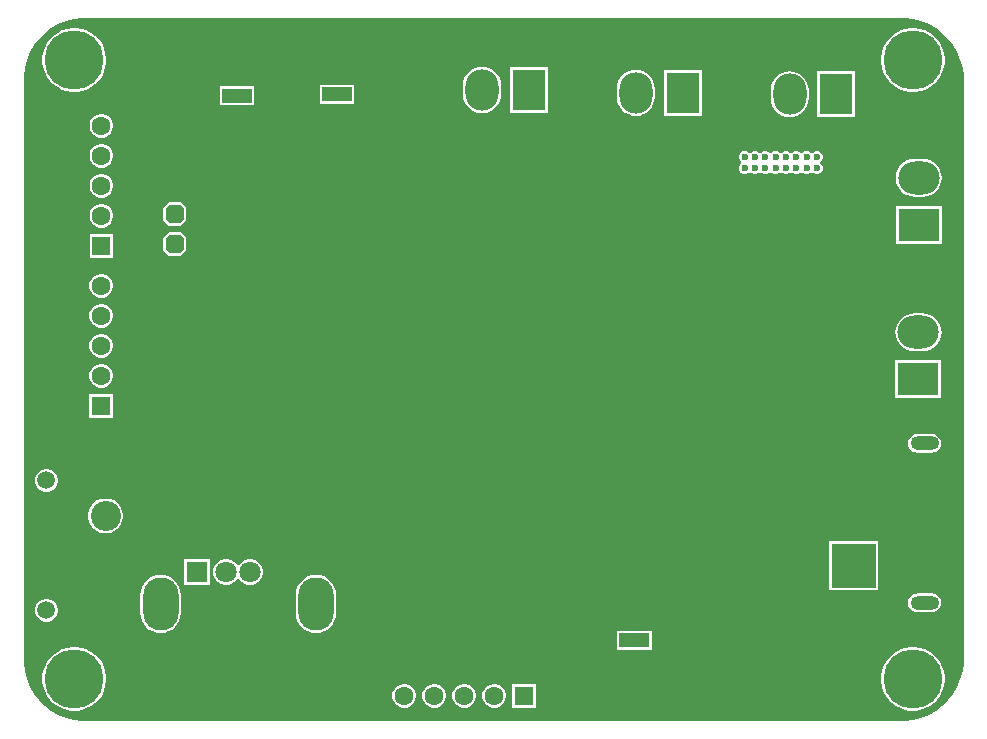
<source format=gbr>
%TF.GenerationSoftware,Altium Limited,Altium Designer,22.5.1 (42)*%
G04 Layer_Physical_Order=3*
G04 Layer_Color=16440176*
%FSLAX44Y44*%
%MOMM*%
%TF.SameCoordinates,7B58D917-D16F-4CFB-9619-50DAC3371BF8*%
%TF.FilePolarity,Positive*%
%TF.FileFunction,Copper,L3,Inr,Signal*%
%TF.Part,Single*%
G01*
G75*
%TA.AperFunction,ComponentPad*%
%ADD33C,3.7160*%
%ADD34R,3.7160X3.7160*%
%ADD35O,2.4000X1.2000*%
%ADD36R,2.5000X1.2000*%
%ADD37R,1.2000X2.5000*%
%ADD38C,1.6000*%
%ADD39R,1.6000X1.6000*%
%ADD40C,1.5080*%
%ADD41C,2.5500*%
%ADD43C,5.0000*%
G04:AMPARAMS|DCode=44|XSize=1.6mm|YSize=1.6mm|CornerRadius=0mm|HoleSize=0mm|Usage=FLASHONLY|Rotation=90.000|XOffset=0mm|YOffset=0mm|HoleType=Round|Shape=Octagon|*
%AMOCTAGOND44*
4,1,8,0.4000,0.8000,-0.4000,0.8000,-0.8000,0.4000,-0.8000,-0.4000,-0.4000,-0.8000,0.4000,-0.8000,0.8000,-0.4000,0.8000,0.4000,0.4000,0.8000,0.0*
%
%ADD44OCTAGOND44*%

%ADD45O,2.8000X3.5000*%
%ADD46R,2.8000X3.5000*%
%ADD47O,3.5000X2.8000*%
%ADD48R,3.5000X2.8000*%
%ADD49C,1.8000*%
%ADD50R,1.8000X1.8000*%
%ADD51O,3.0000X4.5000*%
%ADD52R,1.6000X1.6000*%
%TA.AperFunction,ViaPad*%
%ADD53C,0.6000*%
%ADD54C,0.8000*%
G36*
X355354Y297055D02*
X362060Y295258D01*
X368474Y292601D01*
X374487Y289130D01*
X379994Y284904D01*
X384904Y279994D01*
X389130Y274487D01*
X392601Y268474D01*
X395258Y262060D01*
X397055Y255354D01*
X397961Y248471D01*
Y245000D01*
X397961Y-245000D01*
X397961Y-248471D01*
X397055Y-255354D01*
X395258Y-262060D01*
X392601Y-268474D01*
X389130Y-274487D01*
X384904Y-279994D01*
X379994Y-284904D01*
X374487Y-289130D01*
X368474Y-292601D01*
X362060Y-295258D01*
X355354Y-297055D01*
X348471Y-297961D01*
X-348471D01*
X-355354Y-297055D01*
X-362060Y-295258D01*
X-368474Y-292601D01*
X-374487Y-289130D01*
X-379994Y-284904D01*
X-384904Y-279994D01*
X-389130Y-274487D01*
X-392601Y-268474D01*
X-395258Y-262060D01*
X-397055Y-255354D01*
X-397961Y-248471D01*
X-397961Y-245000D01*
Y245000D01*
X-397961Y248471D01*
X-397055Y255354D01*
X-395258Y262060D01*
X-392601Y268474D01*
X-389130Y274487D01*
X-384904Y279994D01*
X-379994Y284904D01*
X-374487Y289130D01*
X-368474Y292601D01*
X-362060Y295258D01*
X-355354Y297055D01*
X-348471Y297961D01*
X348471D01*
X355354Y297055D01*
D02*
G37*
%LPC*%
G36*
X357125Y289000D02*
X352875D01*
X348677Y288335D01*
X344636Y287022D01*
X340849Y285093D01*
X337411Y282595D01*
X334406Y279589D01*
X331908Y276151D01*
X329978Y272364D01*
X328665Y268323D01*
X328000Y264125D01*
Y259875D01*
X328665Y255678D01*
X329978Y251636D01*
X331908Y247849D01*
X334406Y244411D01*
X337411Y241406D01*
X340849Y238908D01*
X344636Y236978D01*
X348677Y235665D01*
X352875Y235000D01*
X357125D01*
X361323Y235665D01*
X365364Y236978D01*
X369151Y238908D01*
X372589Y241406D01*
X375594Y244411D01*
X378092Y247849D01*
X380022Y251636D01*
X381335Y255678D01*
X382000Y259875D01*
Y264125D01*
X381335Y268323D01*
X380022Y272364D01*
X378092Y276151D01*
X375594Y279589D01*
X372589Y282595D01*
X369151Y285093D01*
X365364Y287022D01*
X361323Y288335D01*
X357125Y289000D01*
D02*
G37*
G36*
X-352875D02*
X-357125D01*
X-361323Y288335D01*
X-365364Y287022D01*
X-369151Y285093D01*
X-372589Y282595D01*
X-375594Y279589D01*
X-378092Y276151D01*
X-380022Y272364D01*
X-381335Y268323D01*
X-382000Y264125D01*
Y259875D01*
X-381335Y255678D01*
X-380022Y251636D01*
X-378092Y247849D01*
X-375594Y244411D01*
X-372589Y241406D01*
X-369151Y238908D01*
X-365364Y236978D01*
X-361323Y235665D01*
X-357125Y235000D01*
X-352875D01*
X-348677Y235665D01*
X-344636Y236978D01*
X-340849Y238908D01*
X-337411Y241406D01*
X-334406Y244411D01*
X-331908Y247849D01*
X-329978Y251636D01*
X-328665Y255678D01*
X-328000Y259875D01*
Y264125D01*
X-328665Y268323D01*
X-329978Y272364D01*
X-331908Y276151D01*
X-334406Y279589D01*
X-337411Y282595D01*
X-340849Y285093D01*
X-344636Y287022D01*
X-348677Y288335D01*
X-352875Y289000D01*
D02*
G37*
G36*
X-118000Y241000D02*
X-147000D01*
Y225000D01*
X-118000D01*
Y241000D01*
D02*
G37*
G36*
X-202500Y239750D02*
X-231500D01*
Y223750D01*
X-202500D01*
Y239750D01*
D02*
G37*
G36*
X45850Y256250D02*
X13850D01*
Y217250D01*
X45850D01*
Y256250D01*
D02*
G37*
G36*
X-9750Y256327D02*
X-12887Y256019D01*
X-15903Y255104D01*
X-18682Y253618D01*
X-21118Y251618D01*
X-23118Y249182D01*
X-24604Y246403D01*
X-25519Y243386D01*
X-25827Y240250D01*
Y233250D01*
X-25519Y230114D01*
X-24604Y227097D01*
X-23118Y224318D01*
X-21118Y221882D01*
X-18682Y219882D01*
X-15903Y218396D01*
X-12887Y217481D01*
X-9750Y217173D01*
X-6613Y217481D01*
X-3597Y218396D01*
X-818Y219882D01*
X1619Y221882D01*
X3618Y224318D01*
X5104Y227097D01*
X6018Y230114D01*
X6327Y233250D01*
Y240250D01*
X6018Y243386D01*
X5104Y246403D01*
X3618Y249182D01*
X1619Y251618D01*
X-818Y253618D01*
X-3597Y255104D01*
X-6613Y256019D01*
X-9750Y256327D01*
D02*
G37*
G36*
X176100Y253750D02*
X144100D01*
Y214750D01*
X176100D01*
Y253750D01*
D02*
G37*
G36*
X120500Y253827D02*
X117363Y253519D01*
X114347Y252604D01*
X111568Y251118D01*
X109131Y249118D01*
X107132Y246682D01*
X105646Y243903D01*
X104732Y240886D01*
X104423Y237750D01*
Y230750D01*
X104732Y227614D01*
X105646Y224597D01*
X107132Y221818D01*
X109131Y219382D01*
X111568Y217382D01*
X114347Y215896D01*
X117363Y214981D01*
X120500Y214673D01*
X123637Y214981D01*
X126653Y215896D01*
X129432Y217382D01*
X131868Y219382D01*
X133868Y221818D01*
X135354Y224597D01*
X136269Y227614D01*
X136577Y230750D01*
Y237750D01*
X136269Y240886D01*
X135354Y243903D01*
X133868Y246682D01*
X131868Y249118D01*
X129432Y251118D01*
X126653Y252604D01*
X123637Y253519D01*
X120500Y253827D01*
D02*
G37*
G36*
X306200Y252500D02*
X274200D01*
Y213500D01*
X306200D01*
Y252500D01*
D02*
G37*
G36*
X250600Y252577D02*
X247463Y252269D01*
X244447Y251354D01*
X241668Y249868D01*
X239232Y247868D01*
X237232Y245432D01*
X235746Y242652D01*
X234832Y239636D01*
X234523Y236500D01*
Y229500D01*
X234832Y226364D01*
X235746Y223347D01*
X237232Y220568D01*
X239232Y218132D01*
X241668Y216132D01*
X244447Y214646D01*
X247463Y213731D01*
X250600Y213423D01*
X253737Y213731D01*
X256753Y214646D01*
X259532Y216132D01*
X261968Y218132D01*
X263968Y220568D01*
X265454Y223347D01*
X266369Y226364D01*
X266677Y229500D01*
Y236500D01*
X266369Y239636D01*
X265454Y242652D01*
X263968Y245432D01*
X261968Y247868D01*
X259532Y249868D01*
X256753Y251354D01*
X253737Y252269D01*
X250600Y252577D01*
D02*
G37*
G36*
X-330684Y216400D02*
X-333316D01*
X-335860Y215718D01*
X-338140Y214402D01*
X-340002Y212540D01*
X-341319Y210260D01*
X-342000Y207717D01*
Y205084D01*
X-341319Y202540D01*
X-340002Y200260D01*
X-338140Y198398D01*
X-335860Y197082D01*
X-333316Y196400D01*
X-330684D01*
X-328140Y197082D01*
X-325860Y198398D01*
X-323998Y200260D01*
X-322682Y202540D01*
X-322000Y205084D01*
Y207717D01*
X-322682Y210260D01*
X-323998Y212540D01*
X-325860Y214402D01*
X-328140Y215718D01*
X-330684Y216400D01*
D02*
G37*
G36*
X274745Y185000D02*
X272755D01*
X270918Y184239D01*
X270205Y183526D01*
X269375Y182930D01*
X268545Y183526D01*
X267832Y184239D01*
X265995Y185000D01*
X264005D01*
X262168Y184239D01*
X261455Y183526D01*
X260625Y182930D01*
X259795Y183526D01*
X259082Y184239D01*
X257245Y185000D01*
X255255D01*
X253418Y184239D01*
X252705Y183526D01*
X251875Y182930D01*
X251045Y183526D01*
X250332Y184239D01*
X248494Y185000D01*
X246505D01*
X244668Y184239D01*
X243955Y183526D01*
X243125Y182930D01*
X242295Y183526D01*
X241582Y184239D01*
X239745Y185000D01*
X237755D01*
X235918Y184239D01*
X235205Y183526D01*
X234375Y182930D01*
X233545Y183526D01*
X232832Y184239D01*
X230995Y185000D01*
X229005D01*
X227168Y184239D01*
X226455Y183526D01*
X225625Y182930D01*
X224795Y183526D01*
X224082Y184239D01*
X222245Y185000D01*
X220255D01*
X218418Y184239D01*
X217705Y183526D01*
X216875Y182930D01*
X216045Y183526D01*
X215332Y184239D01*
X213495Y185000D01*
X211505D01*
X209668Y184239D01*
X208261Y182832D01*
X207500Y180995D01*
Y179005D01*
X208261Y177168D01*
X209668Y175761D01*
X209671Y175760D01*
Y174490D01*
X209668Y174489D01*
X208261Y173082D01*
X207500Y171245D01*
Y169255D01*
X208261Y167418D01*
X209668Y166011D01*
X211505Y165250D01*
X213495D01*
X215332Y166011D01*
X216045Y166724D01*
X216875Y167320D01*
X217705Y166724D01*
X218418Y166011D01*
X220255Y165250D01*
X222245D01*
X224082Y166011D01*
X224795Y166724D01*
X225625Y167320D01*
X226455Y166724D01*
X227168Y166011D01*
X229005Y165250D01*
X230995D01*
X232832Y166011D01*
X233545Y166724D01*
X234375Y167320D01*
X235205Y166724D01*
X235918Y166011D01*
X237755Y165250D01*
X239745D01*
X241582Y166011D01*
X242295Y166724D01*
X243125Y167320D01*
X243955Y166724D01*
X244668Y166011D01*
X246505Y165250D01*
X248494D01*
X250332Y166011D01*
X251045Y166724D01*
X251875Y167320D01*
X252705Y166724D01*
X253418Y166011D01*
X255255Y165250D01*
X257245D01*
X259082Y166011D01*
X259795Y166724D01*
X260625Y167320D01*
X261455Y166724D01*
X262168Y166011D01*
X264005Y165250D01*
X265995D01*
X267832Y166011D01*
X268545Y166724D01*
X269375Y167320D01*
X270205Y166724D01*
X270918Y166011D01*
X272755Y165250D01*
X274745D01*
X276582Y166011D01*
X277989Y167418D01*
X278750Y169255D01*
Y171245D01*
X277989Y173082D01*
X276582Y174489D01*
X276579Y174490D01*
Y175760D01*
X276582Y175761D01*
X277989Y177168D01*
X278750Y179005D01*
Y180995D01*
X277989Y182832D01*
X276582Y184239D01*
X274745Y185000D01*
D02*
G37*
G36*
X-330684Y191000D02*
X-333316D01*
X-335860Y190319D01*
X-338140Y189002D01*
X-340002Y187140D01*
X-341319Y184860D01*
X-342000Y182316D01*
Y179683D01*
X-341319Y177140D01*
X-340002Y174860D01*
X-338140Y172998D01*
X-335860Y171681D01*
X-333316Y171000D01*
X-330684D01*
X-328140Y171681D01*
X-325860Y172998D01*
X-323998Y174860D01*
X-322682Y177140D01*
X-322000Y179683D01*
Y182316D01*
X-322682Y184860D01*
X-323998Y187140D01*
X-325860Y189002D01*
X-328140Y190319D01*
X-330684Y191000D01*
D02*
G37*
G36*
X363500Y178327D02*
X356500D01*
X353363Y178018D01*
X350347Y177104D01*
X347568Y175618D01*
X345131Y173618D01*
X343132Y171182D01*
X341646Y168403D01*
X340732Y165387D01*
X340423Y162250D01*
X340732Y159113D01*
X341646Y156097D01*
X343132Y153318D01*
X345131Y150882D01*
X347568Y148882D01*
X350347Y147396D01*
X353363Y146482D01*
X356500Y146173D01*
X363500D01*
X366637Y146482D01*
X369652Y147396D01*
X372432Y148882D01*
X374868Y150882D01*
X376868Y153318D01*
X378354Y156097D01*
X379268Y159113D01*
X379577Y162250D01*
X379268Y165387D01*
X378354Y168403D01*
X376868Y171182D01*
X374868Y173618D01*
X372432Y175618D01*
X369652Y177104D01*
X366637Y178018D01*
X363500Y178327D01*
D02*
G37*
G36*
X-330684Y165600D02*
X-333316D01*
X-335860Y164918D01*
X-338140Y163602D01*
X-340002Y161740D01*
X-341319Y159460D01*
X-342000Y156917D01*
Y154284D01*
X-341319Y151740D01*
X-340002Y149460D01*
X-338140Y147598D01*
X-335860Y146281D01*
X-333316Y145600D01*
X-330684D01*
X-328140Y146281D01*
X-325860Y147598D01*
X-323998Y149460D01*
X-322682Y151740D01*
X-322000Y154284D01*
Y156917D01*
X-322682Y159460D01*
X-323998Y161740D01*
X-325860Y163602D01*
X-328140Y164918D01*
X-330684Y165600D01*
D02*
G37*
G36*
X-265000Y141700D02*
X-275000D01*
X-280000Y136700D01*
Y126700D01*
X-275000Y121700D01*
X-265000D01*
X-260000Y126700D01*
Y136700D01*
X-265000Y141700D01*
D02*
G37*
G36*
X-330684Y140200D02*
X-333316D01*
X-335860Y139518D01*
X-338140Y138202D01*
X-340002Y136340D01*
X-341319Y134060D01*
X-342000Y131517D01*
Y128883D01*
X-341319Y126340D01*
X-340002Y124060D01*
X-338140Y122198D01*
X-335860Y120882D01*
X-333316Y120200D01*
X-330684D01*
X-328140Y120882D01*
X-325860Y122198D01*
X-323998Y124060D01*
X-322682Y126340D01*
X-322000Y128883D01*
Y131517D01*
X-322682Y134060D01*
X-323998Y136340D01*
X-325860Y138202D01*
X-328140Y139518D01*
X-330684Y140200D01*
D02*
G37*
G36*
X379500Y138650D02*
X340500D01*
Y106650D01*
X379500D01*
Y138650D01*
D02*
G37*
G36*
X-265000Y116300D02*
X-275000D01*
X-280000Y111300D01*
Y101300D01*
X-275000Y96300D01*
X-265000D01*
X-260000Y101300D01*
Y111300D01*
X-265000Y116300D01*
D02*
G37*
G36*
X-322000Y114800D02*
X-342000D01*
Y94800D01*
X-322000D01*
Y114800D01*
D02*
G37*
G36*
X-330984Y80800D02*
X-333616D01*
X-336160Y80119D01*
X-338440Y78802D01*
X-340302Y76940D01*
X-341618Y74660D01*
X-342300Y72117D01*
Y69483D01*
X-341618Y66940D01*
X-340302Y64660D01*
X-338440Y62798D01*
X-336160Y61481D01*
X-333616Y60800D01*
X-330984D01*
X-328440Y61481D01*
X-326160Y62798D01*
X-324298Y64660D01*
X-322981Y66940D01*
X-322300Y69483D01*
Y72117D01*
X-322981Y74660D01*
X-324298Y76940D01*
X-326160Y78802D01*
X-328440Y80119D01*
X-330984Y80800D01*
D02*
G37*
G36*
Y55400D02*
X-333616D01*
X-336160Y54718D01*
X-338440Y53402D01*
X-340302Y51540D01*
X-341618Y49260D01*
X-342300Y46717D01*
Y44083D01*
X-341618Y41540D01*
X-340302Y39260D01*
X-338440Y37398D01*
X-336160Y36082D01*
X-333616Y35400D01*
X-330984D01*
X-328440Y36082D01*
X-326160Y37398D01*
X-324298Y39260D01*
X-322981Y41540D01*
X-322300Y44083D01*
Y46717D01*
X-322981Y49260D01*
X-324298Y51540D01*
X-326160Y53402D01*
X-328440Y54718D01*
X-330984Y55400D01*
D02*
G37*
G36*
X363250Y47577D02*
X356250D01*
X353114Y47269D01*
X350097Y46354D01*
X347318Y44868D01*
X344882Y42868D01*
X342882Y40432D01*
X341396Y37653D01*
X340481Y34636D01*
X340173Y31500D01*
X340481Y28363D01*
X341396Y25347D01*
X342882Y22568D01*
X344882Y20131D01*
X347318Y18132D01*
X350097Y16646D01*
X353114Y15732D01*
X356250Y15423D01*
X363250D01*
X366386Y15732D01*
X369403Y16646D01*
X372182Y18132D01*
X374618Y20131D01*
X376618Y22568D01*
X378104Y25347D01*
X379019Y28363D01*
X379327Y31500D01*
X379019Y34636D01*
X378104Y37653D01*
X376618Y40432D01*
X374618Y42868D01*
X372182Y44868D01*
X369403Y46354D01*
X366386Y47269D01*
X363250Y47577D01*
D02*
G37*
G36*
X-330984Y30000D02*
X-333616D01*
X-336160Y29318D01*
X-338440Y28002D01*
X-340302Y26140D01*
X-341618Y23860D01*
X-342300Y21317D01*
Y18684D01*
X-341618Y16140D01*
X-340302Y13860D01*
X-338440Y11998D01*
X-336160Y10682D01*
X-333616Y10000D01*
X-330984D01*
X-328440Y10682D01*
X-326160Y11998D01*
X-324298Y13860D01*
X-322981Y16140D01*
X-322300Y18684D01*
Y21317D01*
X-322981Y23860D01*
X-324298Y26140D01*
X-326160Y28002D01*
X-328440Y29318D01*
X-330984Y30000D01*
D02*
G37*
G36*
Y4600D02*
X-333616D01*
X-336160Y3918D01*
X-338440Y2602D01*
X-340302Y740D01*
X-341618Y-1540D01*
X-342300Y-4083D01*
Y-6716D01*
X-341618Y-9260D01*
X-340302Y-11540D01*
X-338440Y-13402D01*
X-336160Y-14719D01*
X-333616Y-15400D01*
X-330984D01*
X-328440Y-14719D01*
X-326160Y-13402D01*
X-324298Y-11540D01*
X-322981Y-9260D01*
X-322300Y-6716D01*
Y-4083D01*
X-322981Y-1540D01*
X-324298Y740D01*
X-326160Y2602D01*
X-328440Y3918D01*
X-330984Y4600D01*
D02*
G37*
G36*
X379250Y7900D02*
X340250D01*
Y-24100D01*
X379250D01*
Y7900D01*
D02*
G37*
G36*
X-322300Y-20800D02*
X-342300D01*
Y-40800D01*
X-322300D01*
Y-20800D01*
D02*
G37*
G36*
X371000Y-54431D02*
X359000D01*
X356912Y-54706D01*
X354966Y-55512D01*
X353294Y-56794D01*
X352012Y-58465D01*
X351206Y-60412D01*
X350931Y-62500D01*
X351206Y-64588D01*
X352012Y-66535D01*
X353294Y-68206D01*
X354966Y-69488D01*
X356912Y-70294D01*
X359000Y-70569D01*
X371000D01*
X373088Y-70294D01*
X375034Y-69488D01*
X376706Y-68206D01*
X377988Y-66535D01*
X378794Y-64588D01*
X379069Y-62500D01*
X378794Y-60412D01*
X377988Y-58465D01*
X376706Y-56794D01*
X375034Y-55512D01*
X373088Y-54706D01*
X371000Y-54431D01*
D02*
G37*
G36*
X-377244Y-84460D02*
X-379756D01*
X-382182Y-85110D01*
X-384358Y-86366D01*
X-386134Y-88142D01*
X-387390Y-90318D01*
X-388040Y-92744D01*
Y-95256D01*
X-387390Y-97682D01*
X-386134Y-99858D01*
X-384358Y-101634D01*
X-382182Y-102890D01*
X-379756Y-103540D01*
X-377244D01*
X-374818Y-102890D01*
X-372642Y-101634D01*
X-370866Y-99858D01*
X-369610Y-97682D01*
X-368960Y-95256D01*
Y-92744D01*
X-369610Y-90318D01*
X-370866Y-88142D01*
X-372642Y-86366D01*
X-374818Y-85110D01*
X-377244Y-84460D01*
D02*
G37*
G36*
X-327047Y-109250D02*
X-329953D01*
X-332802Y-109817D01*
X-335487Y-110929D01*
X-337903Y-112543D01*
X-339957Y-114597D01*
X-341571Y-117013D01*
X-342683Y-119698D01*
X-343250Y-122547D01*
Y-125453D01*
X-342683Y-128302D01*
X-341571Y-130987D01*
X-339957Y-133403D01*
X-337903Y-135457D01*
X-335487Y-137071D01*
X-332802Y-138183D01*
X-329953Y-138750D01*
X-327047D01*
X-324198Y-138183D01*
X-321513Y-137071D01*
X-319097Y-135457D01*
X-317043Y-133403D01*
X-315429Y-130987D01*
X-314317Y-128302D01*
X-313750Y-125453D01*
Y-122547D01*
X-314317Y-119698D01*
X-315429Y-117013D01*
X-317043Y-114597D01*
X-319097Y-112543D01*
X-321513Y-110929D01*
X-324198Y-109817D01*
X-327047Y-109250D01*
D02*
G37*
G36*
X-204752Y-160400D02*
X-207648D01*
X-210446Y-161150D01*
X-212954Y-162598D01*
X-215002Y-164646D01*
X-215565Y-165621D01*
X-216835D01*
X-217398Y-164646D01*
X-219446Y-162598D01*
X-221954Y-161150D01*
X-224752Y-160400D01*
X-227648D01*
X-230446Y-161150D01*
X-232954Y-162598D01*
X-235002Y-164646D01*
X-236450Y-167154D01*
X-237200Y-169952D01*
Y-172848D01*
X-236450Y-175646D01*
X-235002Y-178154D01*
X-232954Y-180202D01*
X-230446Y-181650D01*
X-227648Y-182400D01*
X-224752D01*
X-221954Y-181650D01*
X-219446Y-180202D01*
X-217398Y-178154D01*
X-216835Y-177179D01*
X-215565D01*
X-215002Y-178154D01*
X-212954Y-180202D01*
X-210446Y-181650D01*
X-207648Y-182400D01*
X-204752D01*
X-201954Y-181650D01*
X-199446Y-180202D01*
X-197398Y-178154D01*
X-195950Y-175646D01*
X-195200Y-172848D01*
Y-169952D01*
X-195950Y-167154D01*
X-197398Y-164646D01*
X-199446Y-162598D01*
X-201954Y-161150D01*
X-204752Y-160400D01*
D02*
G37*
G36*
X-240200D02*
X-262200D01*
Y-182400D01*
X-240200D01*
Y-160400D01*
D02*
G37*
G36*
X325580Y-145420D02*
X284420D01*
Y-186580D01*
X325580D01*
Y-145420D01*
D02*
G37*
G36*
X371000Y-189431D02*
X359000D01*
X356912Y-189706D01*
X354966Y-190512D01*
X353294Y-191794D01*
X352012Y-193465D01*
X351206Y-195412D01*
X350931Y-197500D01*
X351206Y-199588D01*
X352012Y-201535D01*
X353294Y-203206D01*
X354966Y-204488D01*
X356912Y-205294D01*
X359000Y-205569D01*
X371000D01*
X373088Y-205294D01*
X375034Y-204488D01*
X376706Y-203206D01*
X377988Y-201535D01*
X378794Y-199588D01*
X379069Y-197500D01*
X378794Y-195412D01*
X377988Y-193465D01*
X376706Y-191794D01*
X375034Y-190512D01*
X373088Y-189706D01*
X371000Y-189431D01*
D02*
G37*
G36*
X-377244Y-194460D02*
X-379756D01*
X-382182Y-195110D01*
X-384358Y-196366D01*
X-386134Y-198142D01*
X-387390Y-200318D01*
X-388040Y-202744D01*
Y-205256D01*
X-387390Y-207682D01*
X-386134Y-209858D01*
X-384358Y-211634D01*
X-382182Y-212890D01*
X-379756Y-213540D01*
X-377244D01*
X-374818Y-212890D01*
X-372642Y-211634D01*
X-370866Y-209858D01*
X-369610Y-207682D01*
X-368960Y-205256D01*
Y-202744D01*
X-369610Y-200318D01*
X-370866Y-198142D01*
X-372642Y-196366D01*
X-374818Y-195110D01*
X-377244Y-194460D01*
D02*
G37*
G36*
X-150500Y-173918D02*
X-153833Y-174246D01*
X-157037Y-175218D01*
X-159990Y-176797D01*
X-162579Y-178921D01*
X-164703Y-181510D01*
X-166282Y-184463D01*
X-167254Y-187667D01*
X-167582Y-191000D01*
Y-206000D01*
X-167254Y-209333D01*
X-166282Y-212537D01*
X-164703Y-215490D01*
X-162579Y-218079D01*
X-159990Y-220203D01*
X-157037Y-221782D01*
X-153833Y-222754D01*
X-150500Y-223082D01*
X-147167Y-222754D01*
X-143963Y-221782D01*
X-141010Y-220203D01*
X-138421Y-218079D01*
X-136297Y-215490D01*
X-134718Y-212537D01*
X-133746Y-209333D01*
X-133418Y-206000D01*
Y-191000D01*
X-133746Y-187667D01*
X-134718Y-184463D01*
X-136297Y-181510D01*
X-138421Y-178921D01*
X-141010Y-176797D01*
X-143963Y-175218D01*
X-147167Y-174246D01*
X-150500Y-173918D01*
D02*
G37*
G36*
X-281900D02*
X-285233Y-174246D01*
X-288437Y-175218D01*
X-291390Y-176797D01*
X-293979Y-178921D01*
X-296103Y-181510D01*
X-297682Y-184463D01*
X-298654Y-187667D01*
X-298982Y-191000D01*
Y-206000D01*
X-298654Y-209333D01*
X-297682Y-212537D01*
X-296103Y-215490D01*
X-293979Y-218079D01*
X-291390Y-220203D01*
X-288437Y-221782D01*
X-285233Y-222754D01*
X-281900Y-223082D01*
X-278567Y-222754D01*
X-275363Y-221782D01*
X-272410Y-220203D01*
X-269821Y-218079D01*
X-267697Y-215490D01*
X-266118Y-212537D01*
X-265146Y-209333D01*
X-264818Y-206000D01*
Y-191000D01*
X-265146Y-187667D01*
X-266118Y-184463D01*
X-267697Y-181510D01*
X-269821Y-178921D01*
X-272410Y-176797D01*
X-275363Y-175218D01*
X-278567Y-174246D01*
X-281900Y-173918D01*
D02*
G37*
G36*
X133750Y-221250D02*
X104750D01*
Y-237250D01*
X133750D01*
Y-221250D01*
D02*
G37*
G36*
X-74334Y-266250D02*
X-76967D01*
X-79510Y-266931D01*
X-81790Y-268248D01*
X-83652Y-270110D01*
X-84969Y-272390D01*
X-85650Y-274933D01*
Y-277567D01*
X-84969Y-280110D01*
X-83652Y-282390D01*
X-81790Y-284252D01*
X-79510Y-285569D01*
X-76967Y-286250D01*
X-74334D01*
X-71790Y-285569D01*
X-69510Y-284252D01*
X-67648Y-282390D01*
X-66332Y-280110D01*
X-65650Y-277567D01*
Y-274933D01*
X-66332Y-272390D01*
X-67648Y-270110D01*
X-69510Y-268248D01*
X-71790Y-266931D01*
X-74334Y-266250D01*
D02*
G37*
G36*
X35950Y-266250D02*
X15950D01*
Y-286250D01*
X35950D01*
Y-266250D01*
D02*
G37*
G36*
X1866D02*
X-767D01*
X-3310Y-266931D01*
X-5590Y-268248D01*
X-7452Y-270110D01*
X-8769Y-272390D01*
X-9450Y-274933D01*
Y-277567D01*
X-8769Y-280110D01*
X-7452Y-282390D01*
X-5590Y-284252D01*
X-3310Y-285569D01*
X-767Y-286250D01*
X1866D01*
X4410Y-285569D01*
X6690Y-284252D01*
X8552Y-282390D01*
X9869Y-280110D01*
X10550Y-277567D01*
Y-274933D01*
X9869Y-272390D01*
X8552Y-270110D01*
X6690Y-268248D01*
X4410Y-266931D01*
X1866Y-266250D01*
D02*
G37*
G36*
X-23533D02*
X-26167D01*
X-28710Y-266931D01*
X-30990Y-268248D01*
X-32852Y-270110D01*
X-34169Y-272390D01*
X-34850Y-274933D01*
Y-277567D01*
X-34169Y-280110D01*
X-32852Y-282390D01*
X-30990Y-284252D01*
X-28710Y-285569D01*
X-26167Y-286250D01*
X-23533D01*
X-20990Y-285569D01*
X-18710Y-284252D01*
X-16848Y-282390D01*
X-15532Y-280110D01*
X-14850Y-277567D01*
Y-274933D01*
X-15532Y-272390D01*
X-16848Y-270110D01*
X-18710Y-268248D01*
X-20990Y-266931D01*
X-23533Y-266250D01*
D02*
G37*
G36*
X-48934D02*
X-51567D01*
X-54110Y-266931D01*
X-56390Y-268248D01*
X-58252Y-270110D01*
X-59569Y-272390D01*
X-60250Y-274933D01*
Y-277567D01*
X-59569Y-280110D01*
X-58252Y-282390D01*
X-56390Y-284252D01*
X-54110Y-285569D01*
X-51567Y-286250D01*
X-48934D01*
X-46390Y-285569D01*
X-44110Y-284252D01*
X-42248Y-282390D01*
X-40932Y-280110D01*
X-40250Y-277567D01*
Y-274933D01*
X-40932Y-272390D01*
X-42248Y-270110D01*
X-44110Y-268248D01*
X-46390Y-266931D01*
X-48934Y-266250D01*
D02*
G37*
G36*
X357125Y-235000D02*
X352875D01*
X348677Y-235665D01*
X344636Y-236978D01*
X340849Y-238908D01*
X337411Y-241406D01*
X334406Y-244411D01*
X331908Y-247849D01*
X329978Y-251636D01*
X328665Y-255678D01*
X328000Y-259875D01*
Y-264125D01*
X328665Y-268323D01*
X329978Y-272364D01*
X331908Y-276151D01*
X334406Y-279589D01*
X337411Y-282595D01*
X340849Y-285093D01*
X344636Y-287022D01*
X348677Y-288335D01*
X352875Y-289000D01*
X357125D01*
X361323Y-288335D01*
X365364Y-287022D01*
X369151Y-285093D01*
X372589Y-282595D01*
X375594Y-279589D01*
X378092Y-276151D01*
X380022Y-272364D01*
X381335Y-268323D01*
X382000Y-264125D01*
Y-259875D01*
X381335Y-255678D01*
X380022Y-251636D01*
X378092Y-247849D01*
X375594Y-244411D01*
X372589Y-241406D01*
X369151Y-238908D01*
X365364Y-236978D01*
X361323Y-235665D01*
X357125Y-235000D01*
D02*
G37*
G36*
X-352875D02*
X-357125D01*
X-361323Y-235665D01*
X-365364Y-236978D01*
X-369151Y-238908D01*
X-372589Y-241406D01*
X-375594Y-244411D01*
X-378092Y-247849D01*
X-380022Y-251636D01*
X-381335Y-255678D01*
X-382000Y-259875D01*
Y-264125D01*
X-381335Y-268323D01*
X-380022Y-272364D01*
X-378092Y-276151D01*
X-375594Y-279589D01*
X-372589Y-282595D01*
X-369151Y-285093D01*
X-365364Y-287022D01*
X-361323Y-288335D01*
X-357125Y-289000D01*
X-352875D01*
X-348677Y-288335D01*
X-344636Y-287022D01*
X-340849Y-285093D01*
X-337411Y-282595D01*
X-334406Y-279589D01*
X-331908Y-276151D01*
X-329978Y-272364D01*
X-328665Y-268323D01*
X-328000Y-264125D01*
Y-259875D01*
X-328665Y-255678D01*
X-329978Y-251636D01*
X-331908Y-247849D01*
X-334406Y-244411D01*
X-337411Y-241406D01*
X-340849Y-238908D01*
X-344636Y-236978D01*
X-348677Y-235665D01*
X-352875Y-235000D01*
D02*
G37*
%LPD*%
D33*
X305000Y-94000D02*
D03*
D34*
Y-166000D02*
D03*
D35*
X365000Y-62500D02*
D03*
Y-197500D02*
D03*
D36*
X-132500Y233000D02*
D03*
Y283000D02*
D03*
X119250Y-229250D02*
D03*
Y-279250D02*
D03*
X-217000Y231750D02*
D03*
Y281750D02*
D03*
D37*
X-159500Y258000D02*
D03*
X146250Y-254250D02*
D03*
X-244000Y256750D02*
D03*
D38*
X-75650Y-276250D02*
D03*
X-24850Y-276250D02*
D03*
X550D02*
D03*
X-50250D02*
D03*
X-357700Y70800D02*
D03*
X-332300D02*
D03*
X-357700Y20000D02*
D03*
X-332300D02*
D03*
X-357700Y-30800D02*
D03*
Y-5400D02*
D03*
X-332300D02*
D03*
Y45400D02*
D03*
X-357700D02*
D03*
X-357400Y181000D02*
D03*
X-332000D02*
D03*
Y130200D02*
D03*
X-357400D02*
D03*
Y104800D02*
D03*
X-332000Y155600D02*
D03*
X-357400D02*
D03*
X-332000Y206400D02*
D03*
X-357400D02*
D03*
D39*
X25950Y-276250D02*
D03*
D40*
X-378500Y-204000D02*
D03*
Y-94000D02*
D03*
D41*
X-328500Y-174000D02*
D03*
Y-124000D02*
D03*
D43*
X355000Y-262000D02*
D03*
X-355000Y262000D02*
D03*
Y-262000D02*
D03*
X355000Y262000D02*
D03*
D44*
X-270000Y106300D02*
D03*
Y131700D02*
D03*
D45*
X250600Y233000D02*
D03*
X211000D02*
D03*
X-9750Y236750D02*
D03*
X-49350D02*
D03*
X80900Y234250D02*
D03*
X120500D02*
D03*
D46*
X290200Y233000D02*
D03*
X29850Y236750D02*
D03*
X160100Y234250D02*
D03*
D47*
X360000Y201850D02*
D03*
Y162250D02*
D03*
X359750Y31500D02*
D03*
Y71100D02*
D03*
D48*
X360000Y122650D02*
D03*
X359750Y-8100D02*
D03*
D49*
X-206200Y-171400D02*
D03*
X-181200Y-171400D02*
D03*
X-226200Y-171400D02*
D03*
D50*
X-251200D02*
D03*
D51*
X-281900Y-198500D02*
D03*
X-150500D02*
D03*
D52*
X-332300Y-30800D02*
D03*
X-332000Y104800D02*
D03*
D53*
X212500Y170250D02*
D03*
X221250D02*
D03*
X230000D02*
D03*
X238750D02*
D03*
X273750D02*
D03*
X265000D02*
D03*
X256250D02*
D03*
X247500D02*
D03*
Y180000D02*
D03*
X256250D02*
D03*
X265000D02*
D03*
X273750D02*
D03*
X238750D02*
D03*
X230000D02*
D03*
X221250D02*
D03*
X212500D02*
D03*
D54*
X-197500Y85750D02*
D03*
X-132500Y77500D02*
D03*
X131750Y25750D02*
D03*
%TF.MD5,99cab331084e994892db2cbc4858ae30*%
M02*

</source>
